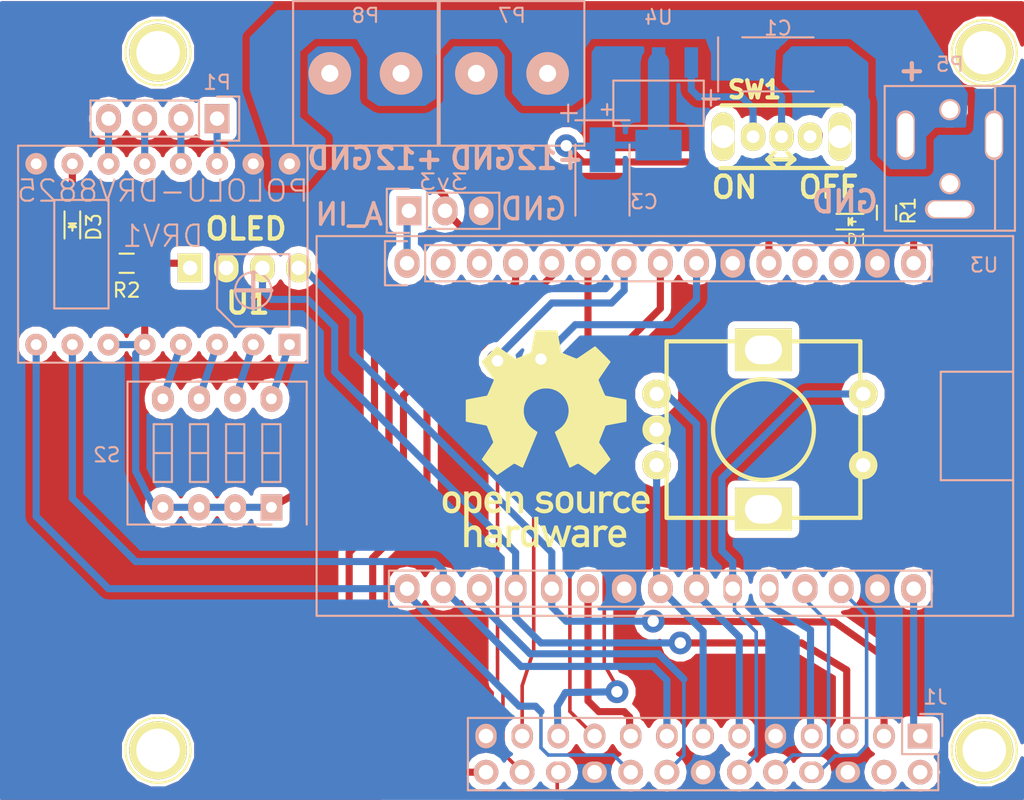
<source format=kicad_pcb>
(kicad_pcb (version 4) (host pcbnew 4.0.2-stable)
  (title_block (title "Biolab Driver") (date 2016-08-16) (rev 1.0) (company IRNAS))
  (layers (0 F.Cu signal hide) (31 B.Cu signal) (34 B.Paste user hide) (35 F.Paste user hide) (36 B.SilkS user hide) (37 F.SilkS user hide) (38 B.Mask user hide) (39 F.Mask user hide) (44 Edge.Cuts user hide))
  (net 0 "")
  (net 1 GND)
  (net 2 "Net-(D1-Pad2)")
  (net 3 "Net-(D3-Pad1)")
  (net 4 "Net-(D3-Pad2)")
  (net 5 "Net-(DRV1-Pad1)")
  (net 6 "Net-(DRV1-Pad2)")
  (net 7 "Net-(DRV1-Pad3)")
  (net 8 "Net-(DRV1-Pad4)")
  (net 9 "Net-(DRV1-Pad11)")
  (net 10 "Net-(DRV1-Pad12)")
  (net 11 "Net-(DRV1-Pad13)")
  (net 12 "Net-(DRV1-Pad14)")
  (net 13 "Net-(U3-Pad2)")
  (net 14 "Net-(U3-Pad3)")
  (net 15 /Vin)
  (net 16 /12V)
  (net 17 /3v3)
  (net 18 /STEP)
  (net 19 /DIR)
  (net 20 "Net-(J1-Pad2)")
  (net 21 /SDA)
  (net 22 "Net-(J1-Pad4)")
  (net 23 /SCL)
  (net 24 /Enter)
  (net 25 /TX)
  (net 26 /RX)
  (net 27 /A)
  (net 28 /D8)
  (net 29 /B)
  (net 30 /MOSI)
  (net 31 /MISO)
  (net 32 /9)
  (net 33 /SCLK)
  (net 34 /CS)
  (net 35 /10)
  (net 36 /A0)
  (net 37 "Net-(U3-Pad12)")
  (net 38 "Net-(U3-Pad13)")
  (net 39 /D2)
  (net 40 "Net-(SW1-Pad3)")
  (net 41 /12V_IN)
  (module myfootprint:Terminal_block_5mm (layer B.Cu) (at 154.559 84.455)
    (fp_text reference P8 (at 0 -4.064) (layer B.SilkS) (effects (justify mirror)))
    (fp_text value PWR_OUT)
    (pad 1 thru_hole circle (at 2.5 0) (size 3 3) (drill 1.2) (layers *.Cu *.Mask B.SilkS) (net 16 /12V))
    (pad 2 thru_hole circle (at -2.5 0) (size 3 3) (drill 1.2) (layers *.Cu *.Mask B.SilkS) (net 1 GND))
  )
  (module Small_I2C_OLED:Small_I2C_OLED (layer F.Cu) (at 146.05 96.52)
    (fp_text reference U1 (at 0.254 4.064) (layer F.SilkS) (effects (font (size 1.5 1.5) (thickness 0.3))))
    (fp_text value small_i2c_oled hide)
    (fp_text user OLED (at 0.127 -1.143) (layer F.SilkS) (effects (font (size 1.5 1.5) (thickness 0.3))))
    (pad 1 thru_hole rect (at -3.8 1.6) (size 1.7272 2.032) (drill 1.016) (layers *.Cu *.Mask F.SilkS) (net 17 /3v3))
    (pad 2 thru_hole oval (at -1.26 1.6) (size 1.7272 2.032) (drill 1.016) (layers *.Cu *.Mask F.SilkS) (net 1 GND))
    (pad 3 thru_hole oval (at 1.28 1.6) (size 1.7272 2.032) (drill 1.016) (layers *.Cu *.Mask F.SilkS) (net 23 /SCL))
    (pad 4 thru_hole oval (at 3.82 1.6) (size 1.7272 2.032) (drill 1.016) (layers *.Cu *.Mask F.SilkS) (net 21 /SDA))
  )
  (module nodemcu:NodeMCU_Amica_R2 (layer B.Cu) (at 157.48 97.79 270)
    (fp_text reference U3 (at 0.127 -40.513 360) (layer B.SilkS) (effects (justify mirror)))
    (fp_text value NodeMCU_Amica_R2)
    (pad 1 thru_hole oval (at 0 0 270) (size 2.032 1.7272) (drill 1.016) (layers *.Cu *.Mask B.SilkS) (net 36 /A0))
    (pad 2 thru_hole oval (at 0 -2.54 270) (size 2.032 1.7272) (drill 1.016) (layers *.Cu *.Mask B.SilkS) (net 13 "Net-(U3-Pad2)"))
    (pad 3 thru_hole oval (at 0 -5.08 270) (size 2.032 1.7272) (drill 1.016) (layers *.Cu *.Mask B.SilkS) (net 14 "Net-(U3-Pad3)"))
    (pad 4 thru_hole oval (at 0 -7.62 270) (size 2.032 1.7272) (drill 1.016) (layers *.Cu *.Mask B.SilkS) (net 35 /10))
    (pad 5 thru_hole oval (at 0 -10.16 270) (size 2.032 1.7272) (drill 1.016) (layers *.Cu *.Mask B.SilkS) (net 32 /9))
    (pad 6 thru_hole oval (at 0 -12.7 270) (size 2.032 1.7272) (drill 1.016) (layers *.Cu *.Mask B.SilkS) (net 30 /MOSI))
    (pad 7 thru_hole oval (at 0 -15.24 270) (size 2.032 1.7272) (drill 1.016) (layers *.Cu *.Mask B.SilkS) (net 34 /CS))
    (pad 8 thru_hole oval (at 0 -17.78 270) (size 2.032 1.7272) (drill 1.016) (layers *.Cu *.Mask B.SilkS) (net 31 /MISO))
    (pad 9 thru_hole oval (at 0 -20.32 270) (size 2.032 1.7272) (drill 1.016) (layers *.Cu *.Mask B.SilkS) (net 33 /SCLK))
    (pad 10 thru_hole oval (at 0 -22.86 270) (size 2.032 1.7272) (drill 1.016) (layers *.Cu *.Mask B.SilkS) (net 1 GND))
    (pad 11 thru_hole oval (at 0 -25.4 270) (size 2.032 1.7272) (drill 1.016) (layers *.Cu *.Mask B.SilkS) (net 17 /3v3))
    (pad 12 thru_hole oval (at 0 -27.94 270) (size 2.032 1.7272) (drill 1.016) (layers *.Cu *.Mask B.SilkS) (net 37 "Net-(U3-Pad12)"))
    (pad 13 thru_hole oval (at 0 -30.48 270) (size 2.032 1.7272) (drill 1.016) (layers *.Cu *.Mask B.SilkS) (net 38 "Net-(U3-Pad13)"))
    (pad 14 thru_hole oval (at 0 -33.02 270) (size 2.032 1.7272) (drill 1.016) (layers *.Cu *.Mask B.SilkS) (net 1 GND))
    (pad 15 thru_hole oval (at 0 -35.56 270) (size 2.032 1.7272) (drill 1.016) (layers *.Cu *.Mask B.SilkS) (net 15 /Vin))
    (pad 30 thru_hole oval (at 22.86 0 270) (size 2.032 1.7272) (drill 1.016) (layers *.Cu *.Mask B.SilkS) (net 19 /DIR))
    (pad 18 thru_hole oval (at 22.86 -30.48 270) (size 2.032 1.7272) (drill 1.016) (layers *.Cu *.Mask B.SilkS) (net 25 /TX))
    (pad 17 thru_hole oval (at 22.86 -33.02 270) (size 2.032 1.7272) (drill 1.016) (layers *.Cu *.Mask B.SilkS) (net 1 GND))
    (pad 19 thru_hole oval (at 22.86 -27.94 270) (size 2.032 1.7272) (drill 1.016) (layers *.Cu *.Mask B.SilkS) (net 26 /RX))
    (pad 25 thru_hole oval (at 22.86 -12.7 270) (size 2.032 1.5) (drill 1.016) (layers *.Cu *.Mask B.SilkS) (net 17 /3v3))
    (pad 26 thru_hole oval (at 22.86 -10.16 270) (size 2.032 1.5) (drill 1.016) (layers *.Cu *.Mask B.SilkS) (net 21 /SDA))
    (pad 24 thru_hole oval (at 22.86 -15.24 270) (size 2.032 1.7272) (drill 1.016) (layers *.Cu *.Mask B.SilkS) (net 1 GND))
    (pad 16 thru_hole oval (at 22.86 -35.56 270) (size 2.032 1.7272) (drill 1.016) (layers *.Cu *.Mask B.SilkS) (net 17 /3v3))
    (pad 22 thru_hole oval (at 22.86 -20.32 270) (size 2.032 1.7272) (drill 1.016) (layers *.Cu *.Mask B.SilkS) (net 27 /A))
    (pad 23 thru_hole oval (at 22.86 -17.78 270) (size 2.032 1.7272) (drill 1.016) (layers *.Cu *.Mask B.SilkS) (net 29 /B))
    (pad 21 thru_hole oval (at 22.86 -22.86 270) (size 2.032 1.3) (drill 1.016) (layers *.Cu *.Mask B.SilkS) (net 24 /Enter))
    (pad 20 thru_hole oval (at 22.86 -25.4 270) (size 2.032 1.3) (drill 1.016) (layers *.Cu *.Mask B.SilkS) (net 28 /D8))
    (pad 28 thru_hole oval (at 22.86 -5.08 270) (size 2.032 1.7272) (drill 1.016) (layers *.Cu *.Mask B.SilkS) (net 39 /D2))
    (pad 27 thru_hole oval (at 22.86 -7.62 270) (size 2 1.5) (drill 1.016) (layers *.Cu *.Mask B.SilkS) (net 23 /SCL))
    (pad 29 thru_hole oval (at 22.86 -2.54 270) (size 2.032 1.7272) (drill 1.016) (layers *.Cu *.Mask B.SilkS) (net 18 /STEP))
  )
  (module Capacitors_Tantalum_SMD:TantalC_SizeB_EIA-3528_HandSoldering (layer B.Cu) (at 183.515 83.82)
    (fp_text reference C1 (at 0 -2.54) (layer B.SilkS) (effects (justify mirror)))
    (fp_text value CP1)
    (fp_text user + (at -4.70154 2.4003) (layer B.SilkS) (effects (justify mirror)))
    (pad 2 smd rect (at 2.12598 0) (size 3.1496 1.80086) (layers B.Cu B.Paste B.Mask) (net 1 GND))
    (pad 1 smd rect (at -2.12598 0) (size 3.1496 1.80086) (layers B.Cu B.Paste B.Mask) (net 16 /12V))
  )
  (module POLOLU-DRV8825:POLOLU-DRV8825 (layer B.Cu) (at 139.065 95.885 90)
    (fp_text reference DRV1 (at 0 1.27 180) (layer B.SilkS) (effects (font (size 1.5 1.5)) (justify mirror)))
    (fp_text value POLOLU-DRV8825 (at 3.175 1.27 360) (layer B.SilkS) (effects (font (size 1.5 1.5)) (justify mirror)))
    (pad 1 thru_hole rect (at -7.62 10.16 90) (size 1.524 1.524) (drill 0.762) (layers *.Cu *.Mask B.SilkS) (net 5 "Net-(DRV1-Pad1)"))
    (pad 2 thru_hole circle (at -7.62 7.62 90) (size 1.524 1.524) (drill 0.762) (layers *.Cu *.Mask B.SilkS) (net 6 "Net-(DRV1-Pad2)"))
    (pad 3 thru_hole circle (at -7.62 5.08 90) (size 1.524 1.524) (drill 0.762) (layers *.Cu *.Mask B.SilkS) (net 7 "Net-(DRV1-Pad3)"))
    (pad 4 thru_hole circle (at -7.62 2.54 90) (size 1.524 1.524) (drill 0.762) (layers *.Cu *.Mask B.SilkS) (net 8 "Net-(DRV1-Pad4)"))
    (pad 5 thru_hole circle (at -7.62 0 90) (size 1.524 1.524) (drill 0.762) (layers *.Cu *.Mask B.SilkS) (net 17 /3v3))
    (pad 6 thru_hole circle (at -7.62 -2.54 90) (size 1.524 1.524) (drill 0.762) (layers *.Cu *.Mask B.SilkS) (net 17 /3v3))
    (pad 7 thru_hole circle (at -7.62 -5.08 90) (size 1.524 1.524) (drill 0.762) (layers *.Cu *.Mask B.SilkS) (net 18 /STEP))
    (pad 8 thru_hole circle (at -7.62 -7.62 90) (size 1.524 1.524) (drill 0.762) (layers *.Cu *.Mask B.SilkS) (net 19 /DIR))
    (pad 9 thru_hole circle (at 5.08 -7.62 90) (size 1.524 1.524) (drill 0.762) (layers *.Cu *.Mask B.SilkS) (net 1 GND))
    (pad 10 thru_hole circle (at 5.08 -5.08 90) (size 1.524 1.524) (drill 0.762) (layers *.Cu *.Mask B.SilkS) (net 3 "Net-(D3-Pad1)"))
    (pad 11 thru_hole circle (at 5.08 -2.54 90) (size 1.524 1.524) (drill 0.762) (layers *.Cu *.Mask B.SilkS) (net 9 "Net-(DRV1-Pad11)"))
    (pad 12 thru_hole circle (at 5.08 0 90) (size 1.524 1.524) (drill 0.762) (layers *.Cu *.Mask B.SilkS) (net 10 "Net-(DRV1-Pad12)"))
    (pad 13 thru_hole circle (at 5.08 2.54 90) (size 1.524 1.524) (drill 0.762) (layers *.Cu *.Mask B.SilkS) (net 11 "Net-(DRV1-Pad13)"))
    (pad 14 thru_hole circle (at 5.08 5.08 90) (size 1.524 1.524) (drill 0.762) (layers *.Cu *.Mask B.SilkS) (net 12 "Net-(DRV1-Pad14)"))
    (pad 15 thru_hole circle (at 5.08 7.62 90) (size 1.524 1.524) (drill 0.762) (layers *.Cu *.Mask B.SilkS) (net 1 GND))
    (pad 16 thru_hole circle (at 5.08 10.16 90) (size 1.524 1.524) (drill 0.762) (layers *.Cu *.Mask B.SilkS) (net 16 /12V))
  )
  (module Pin_Headers:Pin_Header_Straight_1x04 (layer B.Cu) (at 144.145 87.63 90)
    (fp_text reference P1 (at 2.54 0 180) (layer B.SilkS) (effects (justify mirror)))
    (fp_text value CONN_01X04)
    (pad 1 thru_hole rect (at 0 0 90) (size 2.032 1.7272) (drill 1.016) (layers *.Cu *.Mask B.SilkS) (net 12 "Net-(DRV1-Pad14)"))
    (pad 2 thru_hole oval (at 0 -2.54 90) (size 2.032 1.7272) (drill 1.016) (layers *.Cu *.Mask B.SilkS) (net 11 "Net-(DRV1-Pad13)"))
    (pad 3 thru_hole oval (at 0 -5.08 90) (size 2.032 1.7272) (drill 1.016) (layers *.Cu *.Mask B.SilkS) (net 10 "Net-(DRV1-Pad12)"))
    (pad 4 thru_hole oval (at 0 -7.62 90) (size 2.032 1.7272) (drill 1.016) (layers *.Cu *.Mask B.SilkS) (net 9 "Net-(DRV1-Pad11)"))
  )
  (module LEDs:LED_0603 (layer F.Cu) (at 188.722 94.869)
    (fp_text reference D1 (at 0.381 1.27) (layer F.SilkS) (effects (font (size 0.8 0.8) (thickness 0.1))))
    (fp_text value LED)
    (pad 2 smd rect (at 0.7493 0 180) (size 0.79756 0.79756) (layers F.Cu F.Paste F.Mask) (net 2 "Net-(D1-Pad2)"))
    (pad 1 smd rect (at -0.7493 0 180) (size 0.79756 0.79756) (layers F.Cu F.Paste F.Mask) (net 1 GND))
  )
  (module LEDs:LED_0603 (layer F.Cu) (at 133.985 95.25 270)
    (fp_text reference D3 (at 0 -1.5 270) (layer F.SilkS))
    (fp_text value LED)
    (pad 2 smd rect (at 0.7493 0 90) (size 0.79756 0.79756) (layers F.Cu F.Paste F.Mask) (net 4 "Net-(D3-Pad2)"))
    (pad 1 smd rect (at -0.7493 0 90) (size 0.79756 0.79756) (layers F.Cu F.Paste F.Mask) (net 3 "Net-(D3-Pad1)"))
  )
  (module Resistors_SMD:R_0603_HandSoldering (layer F.Cu) (at 191.135 94.234 90)
    (fp_text reference R1 (at 0.127 1.524 90) (layer F.SilkS))
    (fp_text value R)
    (pad 1 smd rect (at -1.1 0 90) (size 1.2 0.9) (layers F.Cu F.Paste F.Mask) (net 2 "Net-(D1-Pad2)"))
    (pad 2 smd rect (at 1.1 0 90) (size 1.2 0.9) (layers F.Cu F.Paste F.Mask) (net 15 /Vin))
  )
  (module Resistors_SMD:R_0603_HandSoldering (layer F.Cu) (at 137.795 97.79 180)
    (fp_text reference R2 (at 0 -1.9 180) (layer F.SilkS))
    (fp_text value R)
    (pad 1 smd rect (at -1.1 0 180) (size 1.2 0.9) (layers F.Cu F.Paste F.Mask) (net 17 /3v3))
    (pad 2 smd rect (at 1.1 0 180) (size 1.2 0.9) (layers F.Cu F.Paste F.Mask) (net 4 "Net-(D3-Pad2)"))
  )
  (module rotary_enc_bourns_EC12R-4215F-S0024:rotary_enc_bourns_EC12R-4215F-S0024 (layer F.Cu) (at 182.499 109.474 270)
    (fp_text reference U2 hide)
    (fp_text value rotary_encoder hide)
    (pad "" thru_hole rect (at 5.6 0 270) (size 3 4) (drill oval 2 2.6) (layers *.Cu *.Mask F.SilkS))
    (pad 2 thru_hole circle (at 2.5 -7 270) (size 2 2) (drill 1) (layers *.Cu *.Mask F.SilkS) (net 1 GND))
    (pad 1 thru_hole circle (at -2.5 -7 270) (size 2 2) (drill 1) (layers *.Cu *.Mask F.SilkS) (net 24 /Enter))
    (pad 5 thru_hole circle (at 2.5 7.5 270) (size 2 2) (drill 1) (layers *.Cu *.Mask F.SilkS) (net 29 /B))
    (pad 4 thru_hole circle (at 0 7.5 270) (size 2 2) (drill 1) (layers *.Cu *.Mask F.SilkS) (net 1 GND))
    (pad 3 thru_hole circle (at -2.5 7.5 270) (size 2 2) (drill 1) (layers *.Cu *.Mask F.SilkS) (net 27 /A))
    (pad "" thru_hole rect (at -5.6 0 270) (size 3 4) (drill oval 2 2.6) (layers *.Cu *.Mask F.SilkS))
  )
  (module Buttons_Switches_ThroughHole:SW_DIP_x4_Slide (layer B.Cu) (at 147.955 114.935 180)
    (fp_text reference S2 (at 11.557 3.683 180) (layer B.SilkS) (effects (justify mirror)))
    (fp_text value SW_DIP_x4)
    (pad 1 thru_hole rect (at 0 0 180) (size 1.524 1.824) (drill 0.762) (layers *.Cu *.Mask B.SilkS) (net 17 /3v3))
    (pad 8 thru_hole oval (at 0 7.62 180) (size 1.524 1.824) (drill 0.762) (layers *.Cu *.Mask B.SilkS) (net 5 "Net-(DRV1-Pad1)"))
    (pad 2 thru_hole oval (at 2.54 0 180) (size 1.524 1.824) (drill 0.762) (layers *.Cu *.Mask B.SilkS) (net 17 /3v3))
    (pad 7 thru_hole oval (at 2.54 7.62 180) (size 1.524 1.824) (drill 0.762) (layers *.Cu *.Mask B.SilkS) (net 6 "Net-(DRV1-Pad2)"))
    (pad 3 thru_hole oval (at 5.08 0 180) (size 1.524 1.824) (drill 0.762) (layers *.Cu *.Mask B.SilkS) (net 17 /3v3))
    (pad 6 thru_hole oval (at 5.08 7.62 180) (size 1.524 1.824) (drill 0.762) (layers *.Cu *.Mask B.SilkS) (net 7 "Net-(DRV1-Pad3)"))
    (pad 4 thru_hole oval (at 7.62 0 180) (size 1.524 1.824) (drill 0.762) (layers *.Cu *.Mask B.SilkS) (net 17 /3v3))
    (pad 5 thru_hole oval (at 7.62 7.62 180) (size 1.524 1.824) (drill 0.762) (layers *.Cu *.Mask B.SilkS) (net 8 "Net-(DRV1-Pad4)"))
  )
  (module Capacitors_Tantalum_SMD:TantalC_SizeB_EIA-3528_HandSoldering (layer B.Cu) (at 171.196 91.948 270)
    (fp_text reference C3 (at 1.524 -2.921 360) (layer B.SilkS) (effects (justify mirror)))
    (fp_text value C)
    (fp_text user + (at -4.953 -0.254 270) (layer B.SilkS) (effects (justify mirror)))
    (pad 2 smd rect (at 2.12598 0 270) (size 3.1496 1.80086) (layers B.Cu B.Paste B.Mask) (net 1 GND))
    (pad 1 smd rect (at -2.12598 0 270) (size 3.1496 1.80086) (layers B.Cu B.Paste B.Mask) (net 15 /Vin))
  )
  (module OS102011MA1QN1_slide_switch:OS102011MA1QN1_slide_switch (layer F.Cu) (at 183.769 88.9)
    (fp_text reference SW1 (at -1.9 -3.3) (layer F.SilkS) (effects (font (size 1.2 1.2) (thickness 0.3))))
    (fp_text value SWITCH_INV hide)
    (pad "" thru_hole oval (at -4.1 0) (size 1.6 3.4) (drill 1.6) (layers *.Cu *.Mask F.SilkS))
    (pad 2 thru_hole oval (at 0 0) (size 1.7 2) (drill 0.9) (layers *.Cu *.Mask F.SilkS) (net 16 /12V))
    (pad 3 thru_hole oval (at 2 0) (size 1.7 2) (drill 0.9) (layers *.Cu *.Mask F.SilkS) (net 40 "Net-(SW1-Pad3)"))
    (pad 1 thru_hole oval (at -2 0) (size 1.7 2) (drill 0.9) (layers *.Cu *.Mask F.SilkS) (net 41 /12V_IN))
    (pad "" thru_hole oval (at 4.1 0) (size 1.6 3.4) (drill 1.6) (layers *.Cu *.Mask F.SilkS))
  )
  (module myfootprint:TLV1117 (layer B.Cu) (at 175.133 83.693)
    (fp_text reference U4 (at 0 -3.175) (layer B.SilkS) (effects (justify mirror)))
    (fp_text value TLV1117)
    (pad 3 smd rect (at 2.3 0) (size 0.95 2.15) (layers B.Cu B.Paste B.Mask) (net 41 /12V_IN))
    (pad 1 smd rect (at -2.3 0) (size 0.95 2.15) (layers B.Cu B.Paste B.Mask) (net 1 GND))
    (pad 2 smd rect (at 0 0) (size 0.95 2.15) (layers B.Cu B.Paste B.Mask) (net 15 /Vin))
    (pad 2 smd rect (at 0 5.8) (size 3.25 2.15) (layers B.Cu B.Paste B.Mask) (net 15 /Vin))
  )
  (module Socket_Strips:Socket_Strip_Straight_2x13 (layer B.Cu) (at 193.5 131 180)
    (fp_text reference J1 (at -1.064 2.73 180) (layer B.SilkS) (effects (justify mirror)))
    (fp_text value PBD-26)
    (pad 1 thru_hole rect (at 0 0 180) (size 1.7272 1.7272) (drill 1.016) (layers *.Cu *.Mask B.SilkS) (net 17 /3v3))
    (pad 2 thru_hole oval (at 0 -2.54 180) (size 1.7272 1.7272) (drill oval 1.016) (layers *.Cu *.Mask B.SilkS) (net 20 "Net-(J1-Pad2)"))
    (pad 3 thru_hole oval (at 2.54 0 180) (size 1.5 1.7272) (drill 1.016) (layers *.Cu *.Mask B.SilkS) (net 21 /SDA))
    (pad 4 thru_hole oval (at 2.54 -2.54 180) (size 1.7272 1.7272) (drill 1.016) (layers *.Cu *.Mask B.SilkS) (net 22 "Net-(J1-Pad4)"))
    (pad 5 thru_hole oval (at 5.08 0 180) (size 1.5 1.7272) (drill 1.016) (layers *.Cu *.Mask B.SilkS) (net 23 /SCL))
    (pad 6 thru_hole oval (at 5.08 -2.54 180) (size 1.7272 1.5) (drill 1.016) (layers *.Cu *.Mask B.SilkS) (net 1 GND))
    (pad 7 thru_hole oval (at 7.62 0 180) (size 1.5 1.7272) (drill 1.016) (layers *.Cu *.Mask B.SilkS) (net 28 /D8))
    (pad 8 thru_hole oval (at 7.62 -2.54 180) (size 1.7272 1.5) (drill 1.016) (layers *.Cu *.Mask B.SilkS) (net 25 /TX))
    (pad 9 thru_hole oval (at 10.16 0 180) (size 1.5 1.7272) (drill 1.016) (layers *.Cu *.Mask B.SilkS) (net 1 GND))
    (pad 10 thru_hole oval (at 10.16 -2.54 180) (size 1.7272 1.7272) (drill 1.016) (layers *.Cu *.Mask B.SilkS) (net 26 /RX))
    (pad 11 thru_hole oval (at 12.7 0 180) (size 1.5 1.7272) (drill 1.016) (layers *.Cu *.Mask B.SilkS) (net 27 /A))
    (pad 12 thru_hole oval (at 12.7 -2.54 180) (size 1.7272 1.7272) (drill 1.016) (layers *.Cu *.Mask B.SilkS) (net 24 /Enter))
    (pad 13 thru_hole oval (at 15.24 0 180) (size 1.5 1.7272) (drill 1.016) (layers *.Cu *.Mask B.SilkS) (net 29 /B))
    (pad 14 thru_hole oval (at 15.24 -2.54 180) (size 1.7272 1.7272) (drill 1.016) (layers *.Cu *.Mask B.SilkS) (net 1 GND))
    (pad 15 thru_hole oval (at 17.78 0 180) (size 1.5 1.7272) (drill 1.016) (layers *.Cu *.Mask B.SilkS) (net 18 /STEP))
    (pad 16 thru_hole oval (at 17.78 -2.54 180) (size 1.7272 1.7272) (drill 1.016) (layers *.Cu *.Mask B.SilkS) (net 39 /D2))
    (pad 17 thru_hole oval (at 20.32 0 180) (size 1.5 1.7272) (drill 1.016) (layers *.Cu *.Mask B.SilkS) (net 17 /3v3))
    (pad 18 thru_hole oval (at 20.32 -2.54 180) (size 1.7272 1.7272) (drill 1.016) (layers *.Cu *.Mask B.SilkS) (net 19 /DIR))
    (pad 19 thru_hole oval (at 22.86 0 180) (size 1.5 1.7272) (drill 1.016) (layers *.Cu *.Mask B.SilkS) (net 30 /MOSI))
    (pad 20 thru_hole oval (at 22.86 -2.54 180) (size 1.7272 1.5) (drill 1.016) (layers *.Cu *.Mask B.SilkS) (net 1 GND))
    (pad 21 thru_hole oval (at 25.4 0 180) (size 1.5 1.7272) (drill 1.016) (layers *.Cu *.Mask B.SilkS) (net 31 /MISO))
    (pad 22 thru_hole oval (at 25.4 -2.54 180) (size 1.7272 1.5) (drill 1.016) (layers *.Cu *.Mask B.SilkS) (net 35 /10))
    (pad 23 thru_hole oval (at 27.94 0 180) (size 1.5 1.7272) (drill 1.016) (layers *.Cu *.Mask B.SilkS) (net 33 /SCLK))
    (pad 24 thru_hole oval (at 27.94 -2.54 180) (size 1.7272 1.7272) (drill 1.016) (layers *.Cu *.Mask B.SilkS) (net 34 /CS))
    (pad 25 thru_hole oval (at 30.48 0 180) (size 1.5 1.7272) (drill 1.016) (layers *.Cu *.Mask B.SilkS) (net 1 GND))
    (pad 26 thru_hole oval (at 30.48 -2.54 180) (size 1.7272 1.7272) (drill 1.016) (layers *.Cu *.Mask B.SilkS) (net 32 /9))
  )
  (module Pin_Headers:Pin_Header_Straight_1x03 (layer B.Cu) (at 157.607 94.107 270)
    (fp_text reference P2 hide)
    (fp_text value CONN_01X03)
    (pad 1 thru_hole rect (at 0 0 270) (size 2.032 1.7272) (drill 1.016) (layers *.Cu *.Mask B.SilkS) (net 36 /A0))
    (pad 2 thru_hole oval (at 0 -2.54 270) (size 2.032 1.7272) (drill 1.016) (layers *.Cu *.Mask B.SilkS) (net 17 /3v3))
    (pad 3 thru_hole oval (at 0 -5.08 270) (size 2.032 1.7272) (drill 1.016) (layers *.Cu *.Mask B.SilkS) (net 1 GND))
  )
  (module Connect:1pin (layer F.Cu) (at 198 83)
    (fp_text reference REF** hide)
    (fp_text value 1pin hide)
    (pad 1 thru_hole circle (at 0 0) (size 4.064 4.064) (drill 3.048) (layers *.Cu *.Mask F.SilkS))
  )
  (module Connect:1pin (layer F.Cu) (at 198 132)
    (fp_text reference REF** hide)
    (fp_text value 1pin hide)
    (pad 1 thru_hole circle (at 0 0) (size 4.064 4.064) (drill 3.048) (layers *.Cu *.Mask F.SilkS))
  )
  (module Connect:1pin (layer F.Cu) (at 140 132)
    (fp_text reference REF** hide)
    (fp_text value 1pin hide)
    (pad 1 thru_hole circle (at 0 0) (size 4.064 4.064) (drill 3.048) (layers *.Cu *.Mask F.SilkS))
  )
  (module Connect:1pin (layer F.Cu) (at 140 83)
    (fp_text reference REF** hide)
    (fp_text value 1pin hide)
    (pad 1 thru_hole circle (at 0 0) (size 4.064 4.064) (drill 3.048) (layers *.Cu *.Mask F.SilkS))
  )
  (module myfootprint:Power_universal (layer B.Cu) (at 195.58 92.202)
    (fp_text reference P5 (at 0 -8.382) (layer B.SilkS) (effects (justify mirror)))
    (fp_text value PWR_IN)
    (pad 1 thru_hole circle (at 0 -5.2) (size 1.5 1.5) (drill 1.2) (layers *.Cu *.Mask B.SilkS) (net 16 /12V))
    (pad 2 thru_hole oval (at 3.1 -3.4) (size 1.3 3.5) (drill oval 1.1 3.1) (layers *.Cu *.Mask B.SilkS) (net 1 GND))
    (pad 1 thru_hole oval (at -3.1 -3.4) (size 1.3 3.5) (drill oval 1.1 3.1) (layers *.Cu *.Mask B.SilkS) (net 16 /12V))
    (pad 2 thru_hole oval (at 0 1.8) (size 3.5 1.3) (drill oval 3.1 1.1) (layers *.Cu *.Mask B.SilkS) (net 1 GND))
    (pad 2 thru_hole circle (at 0 0) (size 1.5 1.5) (drill 1.2) (layers *.Cu *.Mask B.SilkS) (net 1 GND))
  )
  (module myfootprint:Terminal_block_5mm (layer B.Cu) (at 164.846 84.455)
    (fp_text reference P7 (at 0 -4.064) (layer B.SilkS) (effects (justify mirror)))
    (fp_text value PWR_OUT)
    (pad 1 thru_hole circle (at 2.5 0) (size 3 3) (drill 1.2) (layers *.Cu *.Mask B.SilkS) (net 16 /12V))
    (pad 2 thru_hole circle (at -2.5 0) (size 3 3) (drill 1.2) (layers *.Cu *.Mask B.SilkS) (net 1 GND))
  )
  (module opensource_hardware:LOGO (layer F.Cu) (at 167.259 110.236)
    (fp_text reference G*** hide)
    (fp_text value LOGO hide)
  )
  (gr_line (start 128.27 78.74) (end 201.422 78.74) (angle 90) (layer Edge.Cuts) (width 0.15))
  (gr_line (start 128.27 136.144) (end 128.27 78.74) (angle 90) (layer Edge.Cuts) (width 0.15))
  (gr_line (start 201.422 136.144) (end 128.27 136.144) (angle 90) (layer Edge.Cuts) (width 0.15))
  (gr_line (start 201.422 78.74) (end 201.422 136.144) (angle 90) (layer Edge.Cuts) (width 0.15))
  (gr_text GND (at 188.214 93.472) (layer B.SilkS) (effects (font (size 1.5 1.5) (thickness 0.3)) (justify mirror)))
  (gr_text + (at 192.913 84.201) (layer B.SilkS) (effects (font (size 1.5 1.5) (thickness 0.3))))
  (gr_text GND (at 152.781 90.424) (layer B.SilkS) (effects (font (size 1.5 1.5) (thickness 0.3)) (justify mirror)))
  (gr_text +12 (at 157.607 90.424) (layer B.SilkS) (effects (font (size 1.5 1.5) (thickness 0.3)) (justify mirror)))
  (gr_text GND (at 162.814 90.424) (layer B.SilkS) (effects (font (size 1.5 1.5) (thickness 0.3)) (justify mirror)))
  (gr_text +12 (at 167.513 90.424) (layer B.SilkS) (effects (font (size 1.5 1.5) (thickness 0.3)) (justify mirror)))
  (gr_text GND (at 166.37 93.98) (layer B.SilkS) (effects (font (size 1.5 1.5) (thickness 0.25)) (justify mirror)))
  (gr_text "3v3\n" (at 160.02 92.075) (layer B.SilkS) (effects (font (size 1.1 1.3)) (justify mirror)))
  (gr_text "A_IN\n" (at 153.416 94.361) (layer B.SilkS) (effects (font (size 1.5 1.5) (thickness 0.25)) (justify mirror)))
  (gr_text ON (at 180.467 92.456) (layer F.SilkS) (effects (font (size 1.5 1.5) (thickness 0.3))))
  (gr_text OFF (at 187.071 92.456) (layer F.SilkS) (effects (font (size 1.5 1.5) (thickness 0.3))))
  (segment (start 185.64098 83.82) (end 186.817 83.82) (width 1) (layer B.Cu) (net 1))
  (segment (start 186.817 83.82) (end 189.484 86.487) (width 1) (layer B.Cu) (net 1))
  (segment (start 191.008 92.202) (end 195.58 92.202) (width 1) (layer B.Cu) (net 1))
  (segment (start 189.484 90.678) (end 191.008 92.202) (width 1) (layer B.Cu) (net 1))
  (segment (start 189.484 86.487) (end 189.484 90.678) (width 1) (layer B.Cu) (net 1))
  (segment (start 187.9727 94.869) (end 187.9727 95.7707) (width 0.5) (layer F.Cu) (net 1))
  (segment (start 189.611 96.266) (end 190.5 97.155) (width 0.5) (layer F.Cu) (net 1))
  (segment (start 188.468 96.266) (end 189.611 96.266) (width 0.5) (layer F.Cu) (net 1))
  (segment (start 187.9727 95.7707) (end 188.468 96.266) (width 0.5) (layer F.Cu) (net 1))
  (segment (start 190.5 97.155) (end 190.5 97.79) (width 0.5) (layer F.Cu) (net 1))
  (segment (start 183.34 131) (end 183.34 131.143) (width 0.25) (layer F.Cu) (net 1))
  (segment (start 183.34 131.143) (end 184.531 132.334) (width 0.25) (layer F.Cu) (net 1))
  (segment (start 184.531 132.334) (end 187.214 132.334) (width 0.25) (layer F.Cu) (net 1))
  (segment (start 187.214 132.334) (end 188.42 133.54) (width 0.25) (layer F.Cu) (net 1))
  (segment (start 135.89 95.25) (end 142.24 95.25) (width 0.5) (layer B.Cu) (net 1))
  (segment (start 131.445 90.805) (end 135.89 95.25) (width 0.5) (layer B.Cu) (net 1))
  (segment (start 142.24 95.25) (end 144.79 97.8) (width 0.5) (layer B.Cu) (net 1))
  (segment (start 144.79 97.8) (end 144.79 98.12) (width 0.5) (layer B.Cu) (net 1))
  (segment (start 144.79 97.8) (end 144.145 97.155) (width 0.5) (layer B.Cu) (net 1))
  (segment (start 185.64098 83.82) (end 186.69 83.82) (width 1) (layer B.Cu) (net 1))
  (segment (start 191.135 95.334) (end 189.9363 95.334) (width 0.5) (layer F.Cu) (net 2))
  (segment (start 189.9363 95.334) (end 189.4713 94.869) (width 0.5) (layer F.Cu) (net 2))
  (segment (start 133.985 94.5007) (end 133.985 90.805) (width 0.5) (layer F.Cu) (net 3))
  (segment (start 136.695 97.79) (end 134.62 97.79) (width 0.5) (layer F.Cu) (net 4))
  (segment (start 133.985 97.155) (end 133.985 95.9993) (width 0.5) (layer F.Cu) (net 4))
  (segment (start 134.62 97.79) (end 133.985 97.155) (width 0.5) (layer F.Cu) (net 4))
  (segment (start 149.225 103.505) (end 147.955 107.315) (width 0.5) (layer B.Cu) (net 5))
  (segment (start 149.235 102.86) (end 149.225 102.87) (width 0.25) (layer B.Cu) (net 5))
  (segment (start 146.685 103.505) (end 145.415 107.315) (width 0.5) (layer B.Cu) (net 6))
  (segment (start 144.145 103.505) (end 142.875 107.315) (width 0.5) (layer B.Cu) (net 7))
  (segment (start 141.605 103.505) (end 140.335 107.315) (width 0.5) (layer B.Cu) (net 8))
  (segment (start 136.525 90.805) (end 136.525 87.63) (width 0.5) (layer B.Cu) (net 9))
  (segment (start 139.065 90.805) (end 139.065 87.63) (width 0.5) (layer B.Cu) (net 10))
  (segment (start 141.605 90.805) (end 141.605 87.63) (width 0.5) (layer B.Cu) (net 11))
  (segment (start 141.605 88.265) (end 141.605 87.63) (width 0.5) (layer B.Cu) (net 11))
  (segment (start 144.145 90.805) (end 144.145 87.63) (width 0.5) (layer B.Cu) (net 12))
  (segment (start 144.145 90.805) (end 144.145 90.17) (width 0.5) (layer B.Cu) (net 12))
  (segment (start 175.133 83.693) (end 175.133 89.493) (width 1.5) (layer B.Cu) (net 15))
  (segment (start 191.135 93.134) (end 192.575 93.134) (width 0.5) (layer F.Cu) (net 15))
  (segment (start 193.04 93.599) (end 193.04 97.79) (width 0.5) (layer F.Cu) (net 15))
  (segment (start 192.575 93.134) (end 193.04 93.599) (width 0.5) (layer F.Cu) (net 15))
  (segment (start 171.069 89.56802) (end 168.68902 89.56802) (width 0.5) (layer B.Cu) (net 15))
  (segment (start 189.314 91.313) (end 191.135 93.134) (width 0.5) (layer F.Cu) (net 15))
  (segment (start 178.054 91.313) (end 189.314 91.313) (width 0.5) (layer F.Cu) (net 15))
  (segment (start 177.419 90.678) (end 178.054 91.313) (width 0.5) (layer F.Cu) (net 15))
  (segment (start 169.799 90.678) (end 177.419 90.678) (width 0.5) (layer F.Cu) (net 15))
  (segment (start 168.656 89.535) (end 169.799 90.678) (width 0.5) (layer F.Cu) (net 15))
  (via (at 168.656 89.535) (size 1.6) (drill 0.8) (layers F.Cu B.Cu) (net 15))
  (segment (start 168.68902 89.56802) (end 168.656 89.535) (width 0.5) (layer B.Cu) (net 15))
  (segment (start 175.133 89.493) (end 171.14402 89.493) (width 0.5) (layer B.Cu) (net 15))
  (segment (start 171.14402 89.493) (end 171.069 89.56802) (width 0.5) (layer B.Cu) (net 15))
  (segment (start 175.133 89.493) (end 175.218 89.493) (width 0.25) (layer B.Cu) (net 15))
  (segment (start 181.38902 83.82) (end 181.483 83.82) (width 0.5) (layer B.Cu) (net 16))
  (segment (start 181.483 83.82) (end 183.769 86.106) (width 0.5) (layer B.Cu) (net 16))
  (segment (start 183.769 86.106) (end 183.769 88.9) (width 0.5) (layer B.Cu) (net 16))
  (segment (start 170.18 120.65) (end 170.18 128.524) (width 0.5) (layer F.Cu) (net 17))
  (segment (start 173.101 129.667) (end 173.101 130.921) (width 0.5) (layer F.Cu) (net 17))
  (segment (start 172.72 129.286) (end 173.101 129.667) (width 0.5) (layer F.Cu) (net 17))
  (segment (start 170.942 129.286) (end 172.72 129.286) (width 0.5) (layer F.Cu) (net 17))
  (segment (start 170.18 128.524) (end 170.942 129.286) (width 0.5) (layer F.Cu) (net 17))
  (segment (start 173.101 130.921) (end 173.18 131) (width 0.25) (layer F.Cu) (net 17))
  (segment (start 193.04 120.65) (end 193.04 130.54) (width 0.5) (layer B.Cu) (net 17))
  (segment (start 193.04 130.54) (end 193.5 131) (width 0.25) (layer B.Cu) (net 17))
  (segment (start 138.43 104.775) (end 138.43 104.14) (width 0.5) (layer B.Cu) (net 17))
  (segment (start 138.43 112.395) (end 138.43 104.775) (width 0.5) (layer B.Cu) (net 17))
  (segment (start 139.7 114.935) (end 138.43 112.395) (width 0.5) (layer B.Cu) (net 17))
  (segment (start 138.43 104.14) (end 139.065 103.505) (width 0.5) (layer B.Cu) (net 17))
  (segment (start 138.895 97.79) (end 141.92 97.79) (width 0.5) (layer F.Cu) (net 17))
  (segment (start 141.92 97.79) (end 142.25 98.12) (width 0.5) (layer F.Cu) (net 17))
  (segment (start 139.065 103.505) (end 139.065 97.96) (width 0.5) (layer F.Cu) (net 17))
  (segment (start 139.065 97.96) (end 138.895 97.79) (width 0.5) (layer F.Cu) (net 17))
  (segment (start 155.194 93.218) (end 155.194 110.871) (width 0.5) (layer F.Cu) (net 17))
  (segment (start 156.21 92.202) (end 155.194 93.218) (width 0.5) (layer F.Cu) (net 17))
  (segment (start 140.335 114.935) (end 139.7 114.935) (width 0.5) (layer B.Cu) (net 17))
  (segment (start 141.92 97.79) (end 142.25 98.12) (width 0.5) (layer F.Cu) (net 17))
  (segment (start 160.147 94.107) (end 160.147 93.091) (width 0.5) (layer F.Cu) (net 17))
  (segment (start 160.147 93.091) (end 159.258 92.202) (width 0.5) (layer F.Cu) (net 17))
  (segment (start 155.194 110.871) (end 147.955 114.935) (width 0.5) (layer F.Cu) (net 17))
  (segment (start 159.258 92.202) (end 156.21 92.202) (width 0.5) (layer F.Cu) (net 17))
  (segment (start 182.88 97.79) (end 182.88 96.012) (width 0.5) (layer F.Cu) (net 17))
  (segment (start 161.671 95.631) (end 160.147 94.107) (width 0.5) (layer F.Cu) (net 17))
  (segment (start 182.499 95.631) (end 161.671 95.631) (width 0.5) (layer F.Cu) (net 17))
  (segment (start 182.88 96.012) (end 182.499 95.631) (width 0.5) (layer F.Cu) (net 17))
  (segment (start 145.415 114.935) (end 147.955 114.935) (width 0.5) (layer B.Cu) (net 17))
  (segment (start 142.875 114.935) (end 145.415 114.935) (width 0.5) (layer B.Cu) (net 17))
  (segment (start 140.335 114.935) (end 142.875 114.935) (width 0.5) (layer B.Cu) (net 17))
  (segment (start 136.525 103.505) (end 139.065 103.505) (width 0.5) (layer B.Cu) (net 17))
  (segment (start 147.785 115.105) (end 147.955 114.935) (width 0.25) (layer F.Cu) (net 17))
  (segment (start 175.72 131) (end 175.72 127.079) (width 0.5) (layer B.Cu) (net 18))
  (segment (start 165.481 126.111) (end 160.02 120.65) (width 0.5) (layer B.Cu) (net 18))
  (segment (start 174.752 126.111) (end 165.481 126.111) (width 0.5) (layer B.Cu) (net 18))
  (segment (start 175.72 127.079) (end 174.752 126.111) (width 0.5) (layer B.Cu) (net 18))
  (segment (start 175.768 130.952) (end 175.72 131) (width 0.5) (layer B.Cu) (net 18))
  (segment (start 133.985 103.505) (end 133.985 114.3) (width 0.5) (layer B.Cu) (net 18))
  (segment (start 138.43 118.745) (end 133.985 114.3) (width 0.5) (layer B.Cu) (net 18))
  (segment (start 159.385 118.745) (end 138.43 118.745) (width 0.5) (layer B.Cu) (net 18))
  (segment (start 160.02 119.38) (end 159.385 118.745) (width 0.5) (layer B.Cu) (net 18))
  (segment (start 160.02 119.38) (end 160.02 120.65) (width 0.5) (layer B.Cu) (net 18))
  (segment (start 133.985 104.14) (end 133.985 103.505) (width 0.5) (layer B.Cu) (net 18))
  (segment (start 160.02 120.65) (end 160.02 121.539) (width 0.25) (layer B.Cu) (net 18))
  (segment (start 160.02 120.015) (end 160.02 120.65) (width 0.25) (layer B.Cu) (net 18))
  (segment (start 157.48 120.65) (end 157.48 121.031) (width 0.25) (layer B.Cu) (net 19))
  (segment (start 157.48 121.031) (end 165.354 128.905) (width 0.5) (layer B.Cu) (net 19))
  (segment (start 171.974 132.334) (end 173.18 133.54) (width 0.25) (layer B.Cu) (net 19))
  (segment (start 167.386 132.334) (end 171.974 132.334) (width 0.25) (layer B.Cu) (net 19))
  (segment (start 166.878 131.826) (end 167.386 132.334) (width 0.25) (layer B.Cu) (net 19))
  (segment (start 166.878 129.286) (end 166.878 131.826) (width 0.25) (layer B.Cu) (net 19))
  (segment (start 166.497 128.905) (end 166.878 129.286) (width 0.5) (layer B.Cu) (net 19))
  (segment (start 165.354 128.905) (end 166.497 128.905) (width 0.5) (layer B.Cu) (net 19))
  (segment (start 131.445 115.57) (end 131.445 105.41) (width 0.5) (layer B.Cu) (net 19))
  (segment (start 136.525 120.65) (end 131.445 115.57) (width 0.5) (layer B.Cu) (net 19))
  (segment (start 157.48 120.65) (end 136.525 120.65) (width 0.5) (layer B.Cu) (net 19))
  (segment (start 131.445 105.41) (end 131.445 103.505) (width 0.5) (layer B.Cu) (net 19))
  (segment (start 157.48 107.95) (end 153.67 104.14) (width 0.5) (layer B.Cu) (net 21))
  (segment (start 167.64 118.11) (end 157.48 107.95) (width 0.5) (layer B.Cu) (net 21))
  (segment (start 167.64 120.65) (end 167.64 118.11) (width 0.5) (layer B.Cu) (net 21))
  (segment (start 153.67 101.6) (end 150.19 98.12) (width 0.5) (layer B.Cu) (net 21))
  (segment (start 153.67 104.14) (end 153.67 101.6) (width 0.5) (layer B.Cu) (net 21))
  (segment (start 150.19 98.12) (end 149.87 98.12) (width 0.5) (layer B.Cu) (net 21))
  (segment (start 190.984 131.508) (end 190.902488 125.38735) (width 0.5) (layer F.Cu) (net 21))
  (segment (start 167.64 121.92) (end 167.64 120.65) (width 0.5) (layer B.Cu) (net 21))
  (segment (start 168.656 122.936) (end 167.64 121.92) (width 0.5) (layer B.Cu) (net 21))
  (segment (start 174.754414 122.930922) (end 168.656 122.936) (width 0.5) (layer B.Cu) (net 21))
  (via (at 174.754414 122.930922) (size 1.6) (drill 0.8) (layers F.Cu B.Cu) (net 21))
  (segment (start 187.499902 122.993272) (end 174.754414 122.930922) (width 0.5) (layer F.Cu) (net 21))
  (segment (start 190.902488 125.38735) (end 187.499902 122.993272) (width 0.5) (layer F.Cu) (net 21))
  (segment (start 167.64 120.65) (end 167.64 120.015) (width 0.25) (layer B.Cu) (net 21))
  (segment (start 176.657 124.46) (end 166.878 124.46) (width 0.5) (layer B.Cu) (net 23))
  (via (at 176.657 124.46) (size 1.6) (drill 0.8) (layers F.Cu B.Cu) (net 23))
  (segment (start 176.657 124.46) (end 185.166 124.46) (width 0.5) (layer F.Cu) (net 23))
  (segment (start 185.166 124.46) (end 188.341 126.365) (width 0.5) (layer F.Cu) (net 23))
  (segment (start 188.341 131.151) (end 188.341 126.365) (width 0.5) (layer F.Cu) (net 23))
  (segment (start 165.1 122.682) (end 165.1 120.65) (width 0.5) (layer B.Cu) (net 23))
  (segment (start 166.878 124.46) (end 165.1 122.682) (width 0.5) (layer B.Cu) (net 23))
  (segment (start 154.94 107.95) (end 152.4 105.41) (width 0.5) (layer B.Cu) (net 23))
  (segment (start 150.495 100.33) (end 147.955 100.33) (width 0.5) (layer B.Cu) (net 23))
  (segment (start 147.955 100.33) (end 147.33 99.705) (width 0.5) (layer B.Cu) (net 23))
  (segment (start 147.33 98.12) (end 147.33 99.705) (width 0.5) (layer B.Cu) (net 23))
  (segment (start 165.1 118.11) (end 156.845 109.855) (width 0.5) (layer B.Cu) (net 23))
  (segment (start 165.1 118.11) (end 165.1 120.65) (width 0.5) (layer B.Cu) (net 23))
  (segment (start 156.845 109.855) (end 154.94 107.95) (width 0.5) (layer B.Cu) (net 23))
  (segment (start 152.4 102.235) (end 150.495 100.33) (width 0.5) (layer B.Cu) (net 23))
  (segment (start 152.4 105.41) (end 152.4 102.235) (width 0.5) (layer B.Cu) (net 23))
  (segment (start 147.33 99.07) (end 147.33 98.12) (width 0.25) (layer B.Cu) (net 23))
  (segment (start 147.33 98.12) (end 147.33 99.07) (width 0.25) (layer B.Cu) (net 23))
  (segment (start 188.341 131.151) (end 188.444 131.254) (width 0.5) (layer F.Cu) (net 23))
  (segment (start 181.991 132.334) (end 181.991 123.698) (width 0.25) (layer B.Cu) (net 24))
  (segment (start 180.8 133.525) (end 181.991 132.334) (width 0.25) (layer B.Cu) (net 24))
  (segment (start 180.467 122.174) (end 180.467 120.777) (width 0.25) (layer B.Cu) (net 24))
  (segment (start 181.991 123.698) (end 180.467 122.174) (width 0.25) (layer B.Cu) (net 24))
  (segment (start 180.467 120.777) (end 180.34 120.65) (width 0.25) (layer B.Cu) (net 24))
  (segment (start 180.8 133.54) (end 180.8 133.525) (width 0.25) (layer B.Cu) (net 24))
  (segment (start 180.594 120.904) (end 180.34 120.65) (width 0.25) (layer B.Cu) (net 24))
  (segment (start 189.499 106.974) (end 185.507 106.974) (width 0.5) (layer B.Cu) (net 24))
  (segment (start 185.507 106.974) (end 179.578 112.903) (width 0.5) (layer B.Cu) (net 24))
  (segment (start 180.34 118.745) (end 180.34 120.65) (width 0.5) (layer B.Cu) (net 24))
  (segment (start 179.578 117.983) (end 180.34 118.745) (width 0.5) (layer B.Cu) (net 24))
  (segment (start 179.578 112.903) (end 179.578 117.983) (width 0.5) (layer B.Cu) (net 24))
  (segment (start 187.96 120.65) (end 187.96 120.777) (width 0.25) (layer B.Cu) (net 25))
  (segment (start 187.96 120.777) (end 189.738 122.555) (width 0.25) (layer B.Cu) (net 25))
  (segment (start 187.526408 132.393408) (end 186.320408 133.599408) (width 0.25) (layer B.Cu) (net 25))
  (segment (start 189.103 132.334) (end 187.526408 132.393408) (width 0.25) (layer B.Cu) (net 25))
  (segment (start 189.738 131.699) (end 189.103 132.334) (width 0.25) (layer B.Cu) (net 25))
  (segment (start 189.738 122.555) (end 189.738 131.699) (width 0.25) (layer B.Cu) (net 25))
  (segment (start 188.214 120.904) (end 187.96 120.65) (width 0.25) (layer B.Cu) (net 25))
  (segment (start 185.42 120.65) (end 185.42 121.412) (width 0.25) (layer B.Cu) (net 26))
  (segment (start 185.42 121.412) (end 187.071 123.063) (width 0.25) (layer B.Cu) (net 26))
  (segment (start 184.546 132.334) (end 183.34 133.54) (width 0.25) (layer B.Cu) (net 26))
  (segment (start 186.436 132.334) (end 184.546 132.334) (width 0.25) (layer B.Cu) (net 26))
  (segment (start 187.071 131.699) (end 186.436 132.334) (width 0.25) (layer B.Cu) (net 26))
  (segment (start 187.071 123.063) (end 187.071 131.699) (width 0.25) (layer B.Cu) (net 26))
  (segment (start 185.674 120.904) (end 185.42 120.65) (width 0.25) (layer B.Cu) (net 26))
  (segment (start 180.8 131) (end 180.8 124.031) (width 0.5) (layer B.Cu) (net 27))
  (segment (start 180.8 124.031) (end 177.8 121.031) (width 0.5) (layer B.Cu) (net 27))
  (segment (start 177.8 121.031) (end 177.8 120.65) (width 0.5) (layer B.Cu) (net 27))
  (segment (start 177.8 121.285) (end 177.8 120.65) (width 0.25) (layer B.Cu) (net 27))
  (segment (start 174.999 106.974) (end 175.681 106.974) (width 0.5) (layer B.Cu) (net 27))
  (segment (start 175.681 106.974) (end 177.8 109.093) (width 0.5) (layer B.Cu) (net 27))
  (segment (start 177.8 109.093) (end 177.8 120.65) (width 0.5) (layer B.Cu) (net 27))
  (segment (start 182.88 121.793) (end 182.88 120.65) (width 0.5) (layer B.Cu) (net 28))
  (segment (start 185.801 123.547) (end 185.801 131.254) (width 0.5) (layer B.Cu) (net 28))
  (segment (start 182.88 121.793) (end 185.801 123.547) (width 0.5) (layer B.Cu) (net 28))
  (segment (start 178.26 131) (end 178.26 123.65) (width 0.5) (layer B.Cu) (net 29))
  (segment (start 178.26 123.65) (end 175.26 120.65) (width 0.5) (layer B.Cu) (net 29))
  (segment (start 175.26 121.333) (end 175.26 120.65) (width 0.25) (layer B.Cu) (net 29))
  (segment (start 174.999 111.974) (end 174.999 120.389) (width 0.5) (layer B.Cu) (net 29))
  (segment (start 174.999 120.389) (end 175.26 120.65) (width 0.5) (layer B.Cu) (net 29))
  (segment (start 168.91 104.902) (end 168.91 129.27) (width 0.25) (layer F.Cu) (net 30))
  (segment (start 170.18 103.632) (end 168.91 104.902) (width 0.5) (layer F.Cu) (net 30))
  (segment (start 170.18 97.79) (end 170.18 103.632) (width 0.5) (layer F.Cu) (net 30))
  (segment (start 168.91 129.27) (end 170.64 131) (width 0.25) (layer F.Cu) (net 30))
  (segment (start 168.076714 130.976714) (end 168.029584 128.90192) (width 0.5) (layer B.Cu) (net 31))
  (segment (start 171.323 104.902) (end 175.26 100.965) (width 0.5) (layer F.Cu) (net 31))
  (segment (start 175.26 100.965) (end 175.26 97.79) (width 0.5) (layer F.Cu) (net 31))
  (segment (start 172.212 127.889) (end 168.601447 127.944594) (width 0.5) (layer B.Cu) (net 31))
  (via (at 172.212 127.889) (size 1.6) (drill 0.8) (layers F.Cu B.Cu) (net 31))
  (segment (start 172.339 127.762) (end 172.212 127.889) (width 0.25) (layer F.Cu) (net 31))
  (segment (start 172.339 127.762) (end 171.323 125.984) (width 0.25) (layer F.Cu) (net 31))
  (segment (start 171.323 125.984) (end 171.323 105.537) (width 0.25) (layer F.Cu) (net 31))
  (segment (start 168.601447 127.944594) (end 168.029584 128.90192) (width 0.5) (layer B.Cu) (net 31))
  (segment (start 171.323 105.537) (end 171.323 104.902) (width 0.5) (layer F.Cu) (net 31))
  (segment (start 168.076714 130.976714) (end 168.1 131) (width 0.5) (layer B.Cu) (net 31))
  (segment (start 163.02 133.54) (end 161.52 133.54) (width 0.5) (layer F.Cu) (net 32))
  (segment (start 156.908 133.54) (end 161.52 133.54) (width 0.5) (layer F.Cu) (net 32))
  (segment (start 155.067 131.699) (end 156.908 133.54) (width 0.5) (layer F.Cu) (net 32))
  (segment (start 155.067 118.491) (end 155.067 131.699) (width 0.5) (layer F.Cu) (net 32))
  (segment (start 158.877 114.681) (end 155.067 118.491) (width 0.5) (layer F.Cu) (net 32))
  (segment (start 158.877 107.442) (end 158.877 114.681) (width 0.5) (layer F.Cu) (net 32))
  (segment (start 158.877 107.442) (end 167.64 98.679) (width 0.5) (layer F.Cu) (net 32))
  (segment (start 167.64 97.79) (end 167.64 98.679) (width 0.5) (layer F.Cu) (net 32))
  (segment (start 177.8 97.79) (end 177.8 100.33) (width 0.5) (layer B.Cu) (net 33))
  (segment (start 165.56 127.468) (end 165.56 131.19) (width 0.25) (layer F.Cu) (net 33))
  (segment (start 166.37 124.968) (end 165.56 127.468) (width 0.25) (layer F.Cu) (net 33))
  (segment (start 166.37 105.029) (end 166.37 124.968) (width 0.25) (layer F.Cu) (net 33))
  (segment (start 166.878 104.521) (end 166.37 105.029) (width 0.25) (layer F.Cu) (net 33))
  (via (at 166.878 104.521) (size 1.6) (drill 0.8) (layers F.Cu B.Cu) (net 33))
  (segment (start 169.291 102.108) (end 166.878 104.521) (width 0.5) (layer B.Cu) (net 33))
  (segment (start 176.022 102.108) (end 169.291 102.108) (width 0.5) (layer B.Cu) (net 33))
  (segment (start 177.8 100.33) (end 176.022 102.108) (width 0.5) (layer B.Cu) (net 33))
  (segment (start 163.83 125.476) (end 163.83 127.254) (width 0.25) (layer F.Cu) (net 34))
  (segment (start 164.211 132.191) (end 165.56 133.54) (width 0.25) (layer F.Cu) (net 34))
  (segment (start 164.211 127.635) (end 164.211 132.191) (width 0.25) (layer F.Cu) (net 34))
  (segment (start 163.83 127.254) (end 164.211 127.635) (width 0.25) (layer F.Cu) (net 34))
  (segment (start 172.72 97.79) (end 172.72 99.695) (width 0.5) (layer B.Cu) (net 34))
  (segment (start 163.83 104.648) (end 163.83 125.476) (width 0.25) (layer F.Cu) (net 34))
  (via (at 163.83 104.648) (size 1.6) (drill 0.8) (layers F.Cu B.Cu) (net 34))
  (segment (start 163.83 104.394) (end 163.83 104.648) (width 0.25) (layer B.Cu) (net 34))
  (segment (start 167.64 100.584) (end 163.83 104.394) (width 0.5) (layer B.Cu) (net 34))
  (segment (start 171.831 100.584) (end 167.64 100.584) (width 0.5) (layer B.Cu) (net 34))
  (segment (start 172.72 99.695) (end 171.831 100.584) (width 0.5) (layer B.Cu) (net 34))
  (segment (start 165.1 97.79) (end 165.1 99.187) (width 0.5) (layer F.Cu) (net 35))
  (segment (start 168.021 134.898) (end 168.021 133.921) (width 0.25) (layer F.Cu) (net 35))
  (segment (start 165.989 134.874) (end 168.021 134.898) (width 0.25) (layer F.Cu) (net 35))
  (segment (start 156.337 134.874) (end 165.989 134.874) (width 0.25) (layer F.Cu) (net 35))
  (segment (start 153.416 132.207) (end 156.337 134.874) (width 0.5) (layer F.Cu) (net 35))
  (segment (start 153.416 118.11) (end 153.416 132.207) (width 0.5) (layer F.Cu) (net 35))
  (segment (start 157.226 114.3) (end 153.416 118.11) (width 0.5) (layer F.Cu) (net 35))
  (segment (start 157.226 107.061) (end 157.226 114.3) (width 0.5) (layer F.Cu) (net 35))
  (segment (start 165.1 99.187) (end 157.226 107.061) (width 0.5) (layer F.Cu) (net 35))
  (segment (start 157.48 97.79) (end 157.48 94.234) (width 0.5) (layer B.Cu) (net 36))
  (segment (start 157.48 94.234) (end 157.607 94.107) (width 0.5) (layer B.Cu) (net 36))
  (segment (start 162.56 120.65) (end 162.56 121.666) (width 0.25) (layer B.Cu) (net 39))
  (segment (start 162.56 121.666) (end 166.116 125.222) (width 0.5) (layer B.Cu) (net 39))
  (segment (start 166.116 125.222) (end 175.133 125.222) (width 0.5) (layer B.Cu) (net 39))
  (segment (start 175.133 125.222) (end 176.911 127) (width 0.5) (layer B.Cu) (net 39))
  (segment (start 176.911 127) (end 176.911 132.349) (width 0.25) (layer B.Cu) (net 39))
  (segment (start 176.911 132.349) (end 175.72 133.54) (width 0.25) (layer B.Cu) (net 39))
  (segment (start 186.52998 88.9) (end 186.52998 88.67902) (width 0.25) (layer F.Cu) (net 40))
  (segment (start 181.769 88.9) (end 181.769 86.9) (width 0.5) (layer B.Cu) (net 41))
  (segment (start 177.433 85.612) (end 177.433 83.693) (width 0.5) (layer B.Cu) (net 41))
  (segment (start 177.927 86.106) (end 177.433 85.612) (width 0.5) (layer B.Cu) (net 41))
  (segment (start 180.975 86.106) (end 177.927 86.106) (width 0.5) (layer B.Cu) (net 41))
  (segment (start 181.769 86.9) (end 180.975 86.106) (width 0.5) (layer B.Cu) (net 41))
  (segment (start 181.64302 89.02598) (end 181.769 88.9) (width 0.25) (layer B.Cu) (net 41))
  (segment (start 182.27802 88.9) (end 182.27802 88.48598) (width 0.25) (layer F.Cu) (net 41))
  (segment (start 182.27802 88.9) (end 182.05704 89.12098) (width 0.25) (layer F.Cu) (net 41))
  (zone (net 16) (net_name /12V) (layer B.Cu) (priority 2) (connect_pads yes (clearance 0.508)) (min_thickness 0.254) (fill yes (arc_segments 16) (thermal_gap 0.508) (thermal_bridge_width 0.508))
    (polygon (pts (xy 193.294 80.01) (xy 196.85 85.852) (xy 196.723 88.265) (xy 194.564 88.265) (xy 193.929 88.9) (xy 193.929 91.186) (xy 191.262 91.186) (xy 190.373 90.551) (xy 190.373 83.439) (xy 188.595 82.042) (xy 184.277 82.042) (xy 183.388 82.931) (xy 183.388 82.804) (xy 183.261 84.963) (xy 178.816 84.963) (xy 178.816 83.058) (xy 178.435 82.042) (xy 170.434 82.042) (xy 169.926 82.804) (xy 169.926 86.106) (xy 169.037 86.741) (xy 165.608 86.741) (xy 164.846 85.852) (xy 164.846 83.058) (xy 164.084 82.042) (xy 160.528 82.042) (xy 159.512 83.185) (xy 159.512 86.233) (xy 158.75 86.741) (xy 155.448 86.741) (xy 154.686 86.233) (xy 154.686 83.312) (xy 153.924 82.042) (xy 151.003 82.042) (xy 149.987 82.931) (xy 149.987 87.503) (xy 151.765 89.027) (xy 151.765 90.678) (xy 150.368 92.329) (xy 147.955 92.329) (xy 147.828 89.662) (xy 146.431 85.598) (xy 146.431 81.915) (xy 148.336 80.01)))
  )
  (zone (net 1) (net_name GND) (layer B.Cu) (priority 1) (connect_pads yes (clearance 0.508)) (min_thickness 0.254) (fill yes (arc_segments 16) (thermal_gap 0.508) (thermal_bridge_width 0.508))
    (polygon (pts (xy 200.787 135.509) (xy 128.905 135.509) (xy 128.905 79.375) (xy 200.787 79.375) (xy 200.787 135.128)))
  )
  (zone (net 1) (net_name GND) (layer F.Cu) (connect_pads yes (clearance 0.508)) (min_thickness 0.254) (fill yes (arc_segments 16) (thermal_gap 0.508) (thermal_bridge_width 0.508))
    (polygon (pts (xy 128.905 135.509) (xy 128.905 79.375) (xy 200.787 79.375) (xy 200.787 135.509) (xy 129.159 135.509)))
  )
)
</source>
